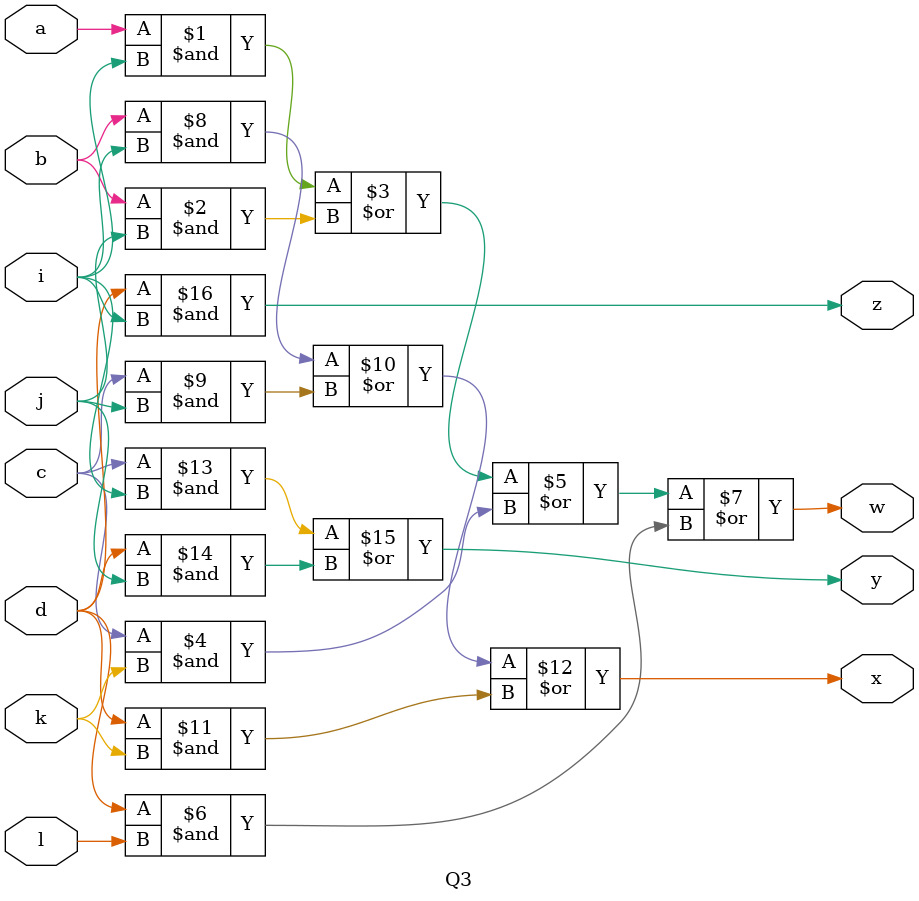
<source format=sv>
module Q3 (input a,b,c,d,i,j,k,l , output w,x,y,z);
	assign #(89,85) w= a&i | b&j | c&k | d&l ;
	assign #(70,68) x= b&i | c&j | d&k ;
	assign #(51,51) y= c&i | d&j ;
	assign #(32,34) z= d&i ;
endmodule
</source>
